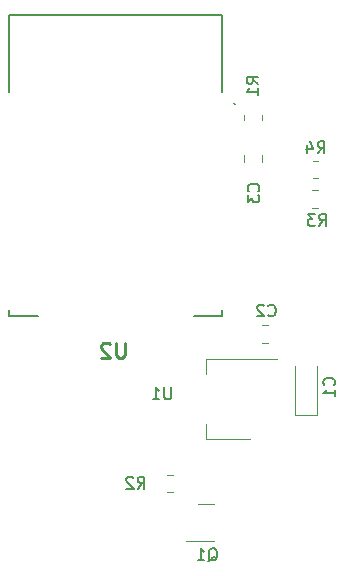
<source format=gbr>
%TF.GenerationSoftware,KiCad,Pcbnew,7.0.2*%
%TF.CreationDate,2023-04-22T16:52:06-03:00*%
%TF.ProjectId,PowerAndCommModule,506f7765-7241-46e6-9443-6f6d6d4d6f64,rev?*%
%TF.SameCoordinates,Original*%
%TF.FileFunction,Legend,Bot*%
%TF.FilePolarity,Positive*%
%FSLAX46Y46*%
G04 Gerber Fmt 4.6, Leading zero omitted, Abs format (unit mm)*
G04 Created by KiCad (PCBNEW 7.0.2) date 2023-04-22 16:52:06*
%MOMM*%
%LPD*%
G01*
G04 APERTURE LIST*
%ADD10C,0.150000*%
%ADD11C,0.254000*%
%ADD12C,0.120000*%
%ADD13C,0.100000*%
%ADD14C,0.200000*%
G04 APERTURE END LIST*
D10*
%TO.C,Q1*%
X53165238Y-68557857D02*
X53260476Y-68510238D01*
X53260476Y-68510238D02*
X53355714Y-68415000D01*
X53355714Y-68415000D02*
X53498571Y-68272142D01*
X53498571Y-68272142D02*
X53593809Y-68224523D01*
X53593809Y-68224523D02*
X53689047Y-68224523D01*
X53641428Y-68462619D02*
X53736666Y-68415000D01*
X53736666Y-68415000D02*
X53831904Y-68319761D01*
X53831904Y-68319761D02*
X53879523Y-68129285D01*
X53879523Y-68129285D02*
X53879523Y-67795952D01*
X53879523Y-67795952D02*
X53831904Y-67605476D01*
X53831904Y-67605476D02*
X53736666Y-67510238D01*
X53736666Y-67510238D02*
X53641428Y-67462619D01*
X53641428Y-67462619D02*
X53450952Y-67462619D01*
X53450952Y-67462619D02*
X53355714Y-67510238D01*
X53355714Y-67510238D02*
X53260476Y-67605476D01*
X53260476Y-67605476D02*
X53212857Y-67795952D01*
X53212857Y-67795952D02*
X53212857Y-68129285D01*
X53212857Y-68129285D02*
X53260476Y-68319761D01*
X53260476Y-68319761D02*
X53355714Y-68415000D01*
X53355714Y-68415000D02*
X53450952Y-68462619D01*
X53450952Y-68462619D02*
X53641428Y-68462619D01*
X52260476Y-68462619D02*
X52831904Y-68462619D01*
X52546190Y-68462619D02*
X52546190Y-67462619D01*
X52546190Y-67462619D02*
X52641428Y-67605476D01*
X52641428Y-67605476D02*
X52736666Y-67700714D01*
X52736666Y-67700714D02*
X52831904Y-67748333D01*
%TO.C,R2*%
X47176666Y-62392619D02*
X47509999Y-61916428D01*
X47748094Y-62392619D02*
X47748094Y-61392619D01*
X47748094Y-61392619D02*
X47367142Y-61392619D01*
X47367142Y-61392619D02*
X47271904Y-61440238D01*
X47271904Y-61440238D02*
X47224285Y-61487857D01*
X47224285Y-61487857D02*
X47176666Y-61583095D01*
X47176666Y-61583095D02*
X47176666Y-61725952D01*
X47176666Y-61725952D02*
X47224285Y-61821190D01*
X47224285Y-61821190D02*
X47271904Y-61868809D01*
X47271904Y-61868809D02*
X47367142Y-61916428D01*
X47367142Y-61916428D02*
X47748094Y-61916428D01*
X46795713Y-61487857D02*
X46748094Y-61440238D01*
X46748094Y-61440238D02*
X46652856Y-61392619D01*
X46652856Y-61392619D02*
X46414761Y-61392619D01*
X46414761Y-61392619D02*
X46319523Y-61440238D01*
X46319523Y-61440238D02*
X46271904Y-61487857D01*
X46271904Y-61487857D02*
X46224285Y-61583095D01*
X46224285Y-61583095D02*
X46224285Y-61678333D01*
X46224285Y-61678333D02*
X46271904Y-61821190D01*
X46271904Y-61821190D02*
X46843332Y-62392619D01*
X46843332Y-62392619D02*
X46224285Y-62392619D01*
%TO.C,R3*%
X62546666Y-40152619D02*
X62879999Y-39676428D01*
X63118094Y-40152619D02*
X63118094Y-39152619D01*
X63118094Y-39152619D02*
X62737142Y-39152619D01*
X62737142Y-39152619D02*
X62641904Y-39200238D01*
X62641904Y-39200238D02*
X62594285Y-39247857D01*
X62594285Y-39247857D02*
X62546666Y-39343095D01*
X62546666Y-39343095D02*
X62546666Y-39485952D01*
X62546666Y-39485952D02*
X62594285Y-39581190D01*
X62594285Y-39581190D02*
X62641904Y-39628809D01*
X62641904Y-39628809D02*
X62737142Y-39676428D01*
X62737142Y-39676428D02*
X63118094Y-39676428D01*
X62213332Y-39152619D02*
X61594285Y-39152619D01*
X61594285Y-39152619D02*
X61927618Y-39533571D01*
X61927618Y-39533571D02*
X61784761Y-39533571D01*
X61784761Y-39533571D02*
X61689523Y-39581190D01*
X61689523Y-39581190D02*
X61641904Y-39628809D01*
X61641904Y-39628809D02*
X61594285Y-39724047D01*
X61594285Y-39724047D02*
X61594285Y-39962142D01*
X61594285Y-39962142D02*
X61641904Y-40057380D01*
X61641904Y-40057380D02*
X61689523Y-40105000D01*
X61689523Y-40105000D02*
X61784761Y-40152619D01*
X61784761Y-40152619D02*
X62070475Y-40152619D01*
X62070475Y-40152619D02*
X62165713Y-40105000D01*
X62165713Y-40105000D02*
X62213332Y-40057380D01*
%TO.C,U1*%
X50011904Y-53822619D02*
X50011904Y-54632142D01*
X50011904Y-54632142D02*
X49964285Y-54727380D01*
X49964285Y-54727380D02*
X49916666Y-54775000D01*
X49916666Y-54775000D02*
X49821428Y-54822619D01*
X49821428Y-54822619D02*
X49630952Y-54822619D01*
X49630952Y-54822619D02*
X49535714Y-54775000D01*
X49535714Y-54775000D02*
X49488095Y-54727380D01*
X49488095Y-54727380D02*
X49440476Y-54632142D01*
X49440476Y-54632142D02*
X49440476Y-53822619D01*
X48440476Y-54822619D02*
X49011904Y-54822619D01*
X48726190Y-54822619D02*
X48726190Y-53822619D01*
X48726190Y-53822619D02*
X48821428Y-53965476D01*
X48821428Y-53965476D02*
X48916666Y-54060714D01*
X48916666Y-54060714D02*
X49011904Y-54108333D01*
%TO.C,C3*%
X57387380Y-37203333D02*
X57435000Y-37155714D01*
X57435000Y-37155714D02*
X57482619Y-37012857D01*
X57482619Y-37012857D02*
X57482619Y-36917619D01*
X57482619Y-36917619D02*
X57435000Y-36774762D01*
X57435000Y-36774762D02*
X57339761Y-36679524D01*
X57339761Y-36679524D02*
X57244523Y-36631905D01*
X57244523Y-36631905D02*
X57054047Y-36584286D01*
X57054047Y-36584286D02*
X56911190Y-36584286D01*
X56911190Y-36584286D02*
X56720714Y-36631905D01*
X56720714Y-36631905D02*
X56625476Y-36679524D01*
X56625476Y-36679524D02*
X56530238Y-36774762D01*
X56530238Y-36774762D02*
X56482619Y-36917619D01*
X56482619Y-36917619D02*
X56482619Y-37012857D01*
X56482619Y-37012857D02*
X56530238Y-37155714D01*
X56530238Y-37155714D02*
X56577857Y-37203333D01*
X56482619Y-37536667D02*
X56482619Y-38155714D01*
X56482619Y-38155714D02*
X56863571Y-37822381D01*
X56863571Y-37822381D02*
X56863571Y-37965238D01*
X56863571Y-37965238D02*
X56911190Y-38060476D01*
X56911190Y-38060476D02*
X56958809Y-38108095D01*
X56958809Y-38108095D02*
X57054047Y-38155714D01*
X57054047Y-38155714D02*
X57292142Y-38155714D01*
X57292142Y-38155714D02*
X57387380Y-38108095D01*
X57387380Y-38108095D02*
X57435000Y-38060476D01*
X57435000Y-38060476D02*
X57482619Y-37965238D01*
X57482619Y-37965238D02*
X57482619Y-37679524D01*
X57482619Y-37679524D02*
X57435000Y-37584286D01*
X57435000Y-37584286D02*
X57387380Y-37536667D01*
%TO.C,R1*%
X57402619Y-28113333D02*
X56926428Y-27780000D01*
X57402619Y-27541905D02*
X56402619Y-27541905D01*
X56402619Y-27541905D02*
X56402619Y-27922857D01*
X56402619Y-27922857D02*
X56450238Y-28018095D01*
X56450238Y-28018095D02*
X56497857Y-28065714D01*
X56497857Y-28065714D02*
X56593095Y-28113333D01*
X56593095Y-28113333D02*
X56735952Y-28113333D01*
X56735952Y-28113333D02*
X56831190Y-28065714D01*
X56831190Y-28065714D02*
X56878809Y-28018095D01*
X56878809Y-28018095D02*
X56926428Y-27922857D01*
X56926428Y-27922857D02*
X56926428Y-27541905D01*
X57402619Y-29065714D02*
X57402619Y-28494286D01*
X57402619Y-28780000D02*
X56402619Y-28780000D01*
X56402619Y-28780000D02*
X56545476Y-28684762D01*
X56545476Y-28684762D02*
X56640714Y-28589524D01*
X56640714Y-28589524D02*
X56688333Y-28494286D01*
%TO.C,C2*%
X58246666Y-47717380D02*
X58294285Y-47765000D01*
X58294285Y-47765000D02*
X58437142Y-47812619D01*
X58437142Y-47812619D02*
X58532380Y-47812619D01*
X58532380Y-47812619D02*
X58675237Y-47765000D01*
X58675237Y-47765000D02*
X58770475Y-47669761D01*
X58770475Y-47669761D02*
X58818094Y-47574523D01*
X58818094Y-47574523D02*
X58865713Y-47384047D01*
X58865713Y-47384047D02*
X58865713Y-47241190D01*
X58865713Y-47241190D02*
X58818094Y-47050714D01*
X58818094Y-47050714D02*
X58770475Y-46955476D01*
X58770475Y-46955476D02*
X58675237Y-46860238D01*
X58675237Y-46860238D02*
X58532380Y-46812619D01*
X58532380Y-46812619D02*
X58437142Y-46812619D01*
X58437142Y-46812619D02*
X58294285Y-46860238D01*
X58294285Y-46860238D02*
X58246666Y-46907857D01*
X57865713Y-46907857D02*
X57818094Y-46860238D01*
X57818094Y-46860238D02*
X57722856Y-46812619D01*
X57722856Y-46812619D02*
X57484761Y-46812619D01*
X57484761Y-46812619D02*
X57389523Y-46860238D01*
X57389523Y-46860238D02*
X57341904Y-46907857D01*
X57341904Y-46907857D02*
X57294285Y-47003095D01*
X57294285Y-47003095D02*
X57294285Y-47098333D01*
X57294285Y-47098333D02*
X57341904Y-47241190D01*
X57341904Y-47241190D02*
X57913332Y-47812619D01*
X57913332Y-47812619D02*
X57294285Y-47812619D01*
%TO.C,C1*%
X63807380Y-53623333D02*
X63855000Y-53575714D01*
X63855000Y-53575714D02*
X63902619Y-53432857D01*
X63902619Y-53432857D02*
X63902619Y-53337619D01*
X63902619Y-53337619D02*
X63855000Y-53194762D01*
X63855000Y-53194762D02*
X63759761Y-53099524D01*
X63759761Y-53099524D02*
X63664523Y-53051905D01*
X63664523Y-53051905D02*
X63474047Y-53004286D01*
X63474047Y-53004286D02*
X63331190Y-53004286D01*
X63331190Y-53004286D02*
X63140714Y-53051905D01*
X63140714Y-53051905D02*
X63045476Y-53099524D01*
X63045476Y-53099524D02*
X62950238Y-53194762D01*
X62950238Y-53194762D02*
X62902619Y-53337619D01*
X62902619Y-53337619D02*
X62902619Y-53432857D01*
X62902619Y-53432857D02*
X62950238Y-53575714D01*
X62950238Y-53575714D02*
X62997857Y-53623333D01*
X63902619Y-54575714D02*
X63902619Y-54004286D01*
X63902619Y-54290000D02*
X62902619Y-54290000D01*
X62902619Y-54290000D02*
X63045476Y-54194762D01*
X63045476Y-54194762D02*
X63140714Y-54099524D01*
X63140714Y-54099524D02*
X63188333Y-54004286D01*
%TO.C,R4*%
X62416666Y-33992619D02*
X62749999Y-33516428D01*
X62988094Y-33992619D02*
X62988094Y-32992619D01*
X62988094Y-32992619D02*
X62607142Y-32992619D01*
X62607142Y-32992619D02*
X62511904Y-33040238D01*
X62511904Y-33040238D02*
X62464285Y-33087857D01*
X62464285Y-33087857D02*
X62416666Y-33183095D01*
X62416666Y-33183095D02*
X62416666Y-33325952D01*
X62416666Y-33325952D02*
X62464285Y-33421190D01*
X62464285Y-33421190D02*
X62511904Y-33468809D01*
X62511904Y-33468809D02*
X62607142Y-33516428D01*
X62607142Y-33516428D02*
X62988094Y-33516428D01*
X61559523Y-33325952D02*
X61559523Y-33992619D01*
X61797618Y-32945000D02*
X62035713Y-33659285D01*
X62035713Y-33659285D02*
X61416666Y-33659285D01*
D11*
%TO.C,U2*%
X46087619Y-50047526D02*
X46087619Y-51075621D01*
X46087619Y-51075621D02*
X46027142Y-51196573D01*
X46027142Y-51196573D02*
X45966666Y-51257050D01*
X45966666Y-51257050D02*
X45845714Y-51317526D01*
X45845714Y-51317526D02*
X45603809Y-51317526D01*
X45603809Y-51317526D02*
X45482857Y-51257050D01*
X45482857Y-51257050D02*
X45422380Y-51196573D01*
X45422380Y-51196573D02*
X45361904Y-51075621D01*
X45361904Y-51075621D02*
X45361904Y-50047526D01*
X44817619Y-50168478D02*
X44757143Y-50108002D01*
X44757143Y-50108002D02*
X44636190Y-50047526D01*
X44636190Y-50047526D02*
X44333809Y-50047526D01*
X44333809Y-50047526D02*
X44212857Y-50108002D01*
X44212857Y-50108002D02*
X44152381Y-50168478D01*
X44152381Y-50168478D02*
X44091904Y-50289430D01*
X44091904Y-50289430D02*
X44091904Y-50410383D01*
X44091904Y-50410383D02*
X44152381Y-50591811D01*
X44152381Y-50591811D02*
X44878095Y-51317526D01*
X44878095Y-51317526D02*
X44091904Y-51317526D01*
D12*
%TO.C,Q1*%
X52952500Y-63690000D02*
X52302500Y-63690000D01*
X52952500Y-63690000D02*
X53602500Y-63690000D01*
X52952500Y-66810000D02*
X51277500Y-66810000D01*
X52952500Y-66810000D02*
X53602500Y-66810000D01*
%TO.C,R2*%
X49702936Y-61235000D02*
X50157064Y-61235000D01*
X49702936Y-62705000D02*
X50157064Y-62705000D01*
%TO.C,R3*%
X61982936Y-37145000D02*
X62437064Y-37145000D01*
X61982936Y-38615000D02*
X62437064Y-38615000D01*
%TO.C,U1*%
X58970000Y-51390000D02*
X52960000Y-51390000D01*
X56720000Y-58210000D02*
X52960000Y-58210000D01*
X52960000Y-58210000D02*
X52960000Y-56950000D01*
X52960000Y-51390000D02*
X52960000Y-52650000D01*
%TO.C,C3*%
X57685000Y-34188748D02*
X57685000Y-34711252D01*
X56215000Y-34188748D02*
X56215000Y-34711252D01*
%TO.C,R1*%
X57695000Y-30762936D02*
X57695000Y-31217064D01*
X56225000Y-30762936D02*
X56225000Y-31217064D01*
%TO.C,C2*%
X57668748Y-48555000D02*
X58191252Y-48555000D01*
X57668748Y-50025000D02*
X58191252Y-50025000D01*
%TO.C,C1*%
X60475000Y-56135000D02*
X60475000Y-52050000D01*
X62345000Y-56135000D02*
X60475000Y-56135000D01*
X62345000Y-52050000D02*
X62345000Y-56135000D01*
%TO.C,R4*%
X62032936Y-34655000D02*
X62487064Y-34655000D01*
X62032936Y-36125000D02*
X62487064Y-36125000D01*
D13*
%TO.C,U2*%
X55420000Y-29790000D02*
X55420000Y-29790000D01*
X55320000Y-29790000D02*
X55320000Y-29790000D01*
D14*
X54320000Y-47800000D02*
X51920000Y-47800000D01*
X54320000Y-47250000D02*
X54320000Y-47800000D01*
X54320000Y-28850000D02*
X54320000Y-22300000D01*
X54320000Y-22300000D02*
X36320000Y-22300000D01*
X38720000Y-47800000D02*
X36320000Y-47800000D01*
X36320000Y-47800000D02*
X36320000Y-47250000D01*
X36320000Y-22300000D02*
X36320000Y-28850000D01*
D13*
X55320000Y-29790000D02*
G75*
G03*
X55420000Y-29790000I50000J0D01*
G01*
X55420000Y-29790000D02*
G75*
G03*
X55320000Y-29790000I-50000J0D01*
G01*
%TD*%
M02*

</source>
